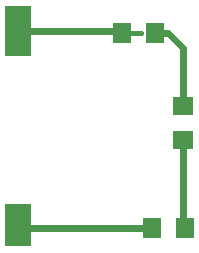
<source format=gbr>
G04 EAGLE Gerber RS-274X export*
G75*
%MOMM*%
%FSLAX34Y34*%
%LPD*%
%INTop Copper*%
%IPPOS*%
%AMOC8*
5,1,8,0,0,1.08239X$1,22.5*%
G01*
%ADD10R,2.300000X4.300000*%
%ADD11R,2.300000X3.660000*%
%ADD12R,1.600000X1.803000*%
%ADD13R,1.803000X1.600000*%
%ADD14C,0.609600*%
%ADD15C,0.406400*%


D10*
X139700Y471658D03*
D11*
X139700Y307245D03*
D12*
X252480Y304800D03*
X280920Y304800D03*
D13*
X279400Y407920D03*
X279400Y379480D03*
D12*
X255520Y469900D03*
X227080Y469900D03*
D14*
X139700Y307245D02*
X142145Y304800D01*
X252480Y304800D01*
X279400Y306320D02*
X280920Y304800D01*
X279400Y306320D02*
X279400Y379480D01*
X279400Y407920D02*
X279400Y457200D01*
X266700Y469900D01*
X255520Y469900D01*
D15*
X226842Y471658D02*
X139700Y471658D01*
X226842Y471658D02*
X228600Y469900D01*
X243964Y469900D01*
D14*
X227080Y469900D02*
X225322Y471658D01*
X139700Y471658D01*
M02*

</source>
